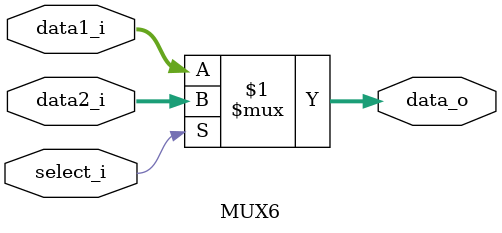
<source format=v>
module MUX6
(
	data1_i,
	data2_i,
	select_i,
	data_o
);

input  [5:0] data1_i;
input  [5:0] data2_i;
input        select_i;
output [5:0] data_o;

assign data_o = (select_i) ? data2_i : data1_i;

endmodule


</source>
